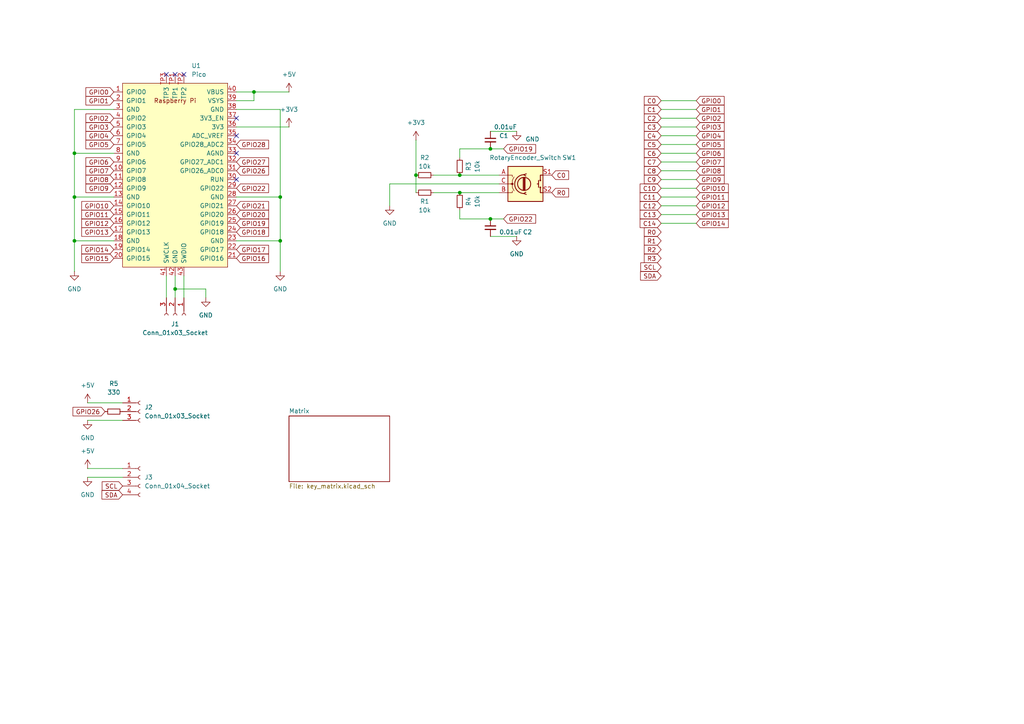
<source format=kicad_sch>
(kicad_sch (version 20231120) (generator "eeschema") (generator_version "8.0")
  (paper "A4")
  (lib_symbols
    (symbol "Connector:Conn_01x03_Socket" (pin_names (offset 1.016) hide)
      (property "Reference" "J" (at 0 5.08 0))
      (property "Value" "Conn_01x03_Socket" (at 0 -5.08 0))
      (symbol "Conn_01x03_Socket_1_1"
        (arc (start 0 -2.032) (mid -0.5058 -2.54) (end 0 -3.048) (stroke (width 0.1524)))
        (polyline (pts (xy -1.27 -2.54) (xy -0.508 -2.54)) (stroke (width 0.1524)))
        (polyline (pts (xy -1.27 0) (xy -0.508 0)) (stroke (width 0.1524)))
        (polyline (pts (xy -1.27 2.54) (xy -0.508 2.54)) (stroke (width 0.1524)))
        (arc (start 0 0.508) (mid -0.5058 0) (end 0 -0.508) (stroke (width 0.1524)))
        (arc (start 0 3.048) (mid -0.5058 2.54) (end 0 2.032) (stroke (width 0.1524)))
        (pin passive line (at -5.08 2.54 0) (length 3.81) (name "Pin_1") (number "1"))
        (pin passive line (at -5.08 0 0) (length 3.81) (name "Pin_2") (number "2"))
        (pin passive line (at -5.08 -2.54 0) (length 3.81) (name "Pin_3") (number "3"))
      )
    )
    (symbol "Connector:Conn_01x04_Socket" (pin_names (offset 1.016) hide)
      (property "Reference" "J" (at 0 5.08 0))
      (property "Value" "Conn_01x04_Socket" (at 0 -7.62 0))
      (symbol "Conn_01x04_Socket_1_1"
        (arc (start 0 -4.572) (mid -0.5058 -5.08) (end 0 -5.588) (stroke (width 0.1524)))
        (arc (start 0 -2.032) (mid -0.5058 -2.54) (end 0 -3.048) (stroke (width 0.1524)))
        (polyline (pts (xy -1.27 -5.08) (xy -0.508 -5.08)) (stroke (width 0.1524)))
        (polyline (pts (xy -1.27 -2.54) (xy -0.508 -2.54)) (stroke (width 0.1524)))
        (polyline (pts (xy -1.27 0) (xy -0.508 0)) (stroke (width 0.1524)))
        (polyline (pts (xy -1.27 2.54) (xy -0.508 2.54)) (stroke (width 0.1524)))
        (arc (start 0 0.508) (mid -0.5058 0) (end 0 -0.508) (stroke (width 0.1524)))
        (arc (start 0 3.048) (mid -0.5058 2.54) (end 0 2.032) (stroke (width 0.1524)))
        (pin passive line (at -5.08 2.54 0) (length 3.81) (name "Pin_1") (number "1"))
        (pin passive line (at -5.08 0 0) (length 3.81) (name "Pin_2") (number "2"))
        (pin passive line (at -5.08 -2.54 0) (length 3.81) (name "Pin_3") (number "3"))
        (pin passive line (at -5.08 -5.08 0) (length 3.81) (name "Pin_4") (number "4"))
      )
    )
    (symbol "Device:C_Small" (pin_numbers hide) (pin_names (offset 0.254) hide)
      (property "Reference" "C" (at 0.254 1.778 0))
      (property "Value" "C_Small" (at 0.254 -2.032 0))
      (symbol "C_Small_0_1"
        (polyline (pts (xy -1.524 -0.508) (xy 1.524 -0.508)) (stroke (width 0.3302)))
        (polyline (pts (xy -1.524 0.508) (xy 1.524 0.508)) (stroke (width 0.3048)))
      )
      (symbol "C_Small_1_1"
        (pin passive line (at 0 2.54 270) (length 2.032) (name "~") (number "1"))
        (pin passive line (at 0 -2.54 90) (length 2.032) (name "~") (number "2"))
      )
    )
    (symbol "Device:R_Small" (pin_numbers hide) (pin_names (offset 0.254) hide)
      (property "Reference" "R" (at 0.762 0.508 0))
      (property "Value" "R_Small" (at 0.762 -1.016 0))
      (symbol "R_Small_0_1"
        (rectangle (start -0.762 1.778) (end 0.762 -1.778) (stroke (width 0.2032)))
      )
      (symbol "R_Small_1_1"
        (pin passive line (at 0 2.54 270) (length 0.762) (name "~") (number "1"))
        (pin passive line (at 0 -2.54 90) (length 0.762) (name "~") (number "2"))
      )
    )
    (symbol "Device:RotaryEncoder_Switch" (pin_names (offset 0.254) hide)
      (property "Reference" "SW" (at 0 6.604 0))
      (property "Value" "RotaryEncoder_Switch" (at 0 -6.604 0))
      (symbol "RotaryEncoder_Switch_0_1"
        (rectangle (start -5.08 5.08) (end 5.08 -5.08) (stroke (width 0.254)) (fill (type background)))
        (circle (center -3.81 0) (radius 0.254) (fill (type outline)))
        (circle (center -0.381 0) (radius 1.905) (stroke (width 0.254)))
        (arc (start -0.381 2.667) (mid -3.0988 -0.0635) (end -0.381 -2.794) (stroke (width 0.254)))
        (polyline (pts (xy -0.635 -1.778) (xy -0.635 1.778)) (stroke (width 0.254)))
        (polyline (pts (xy -0.381 -1.778) (xy -0.381 1.778)) (stroke (width 0.254)))
        (polyline (pts (xy -0.127 1.778) (xy -0.127 -1.778)) (stroke (width 0.254)))
        (polyline (pts (xy 3.81 0) (xy 3.429 0)) (stroke (width 0.254)))
        (polyline (pts (xy 3.81 1.016) (xy 3.81 -1.016)) (stroke (width 0.254)))
        (polyline (pts (xy -5.08 -2.54) (xy -3.81 -2.54) (xy -3.81 -2.032)))
        (polyline (pts (xy -5.08 2.54) (xy -3.81 2.54) (xy -3.81 2.032)))
        (polyline (pts (xy 0.254 -3.048) (xy -0.508 -2.794) (xy 0.127 -2.413)) (stroke (width 0.254)))
        (polyline (pts (xy 0.254 2.921) (xy -0.508 2.667) (xy 0.127 2.286)) (stroke (width 0.254)))
        (polyline (pts (xy 5.08 -2.54) (xy 4.318 -2.54) (xy 4.318 -1.016)) (stroke (width 0.254)))
        (polyline (pts (xy 5.08 2.54) (xy 4.318 2.54) (xy 4.318 1.016)) (stroke (width 0.254)))
        (polyline (pts (xy -5.08 0) (xy -3.81 0) (xy -3.81 -1.016) (xy -3.302 -2.032)))
        (polyline (pts (xy -4.318 0) (xy -3.81 0) (xy -3.81 1.016) (xy -3.302 2.032)))
        (circle (center 4.318 -1.016) (radius 0.127) (stroke (width 0.254)))
        (circle (center 4.318 1.016) (radius 0.127) (stroke (width 0.254)))
      )
      (symbol "RotaryEncoder_Switch_1_1"
        (pin passive line (at -7.62 2.54 0) (length 2.54) (name "A") (number "A"))
        (pin passive line (at -7.62 -2.54 0) (length 2.54) (name "B") (number "B"))
        (pin passive line (at -7.62 0 0) (length 2.54) (name "C") (number "C"))
        (pin passive line (at 7.62 2.54 180) (length 2.54) (name "S1") (number "S1"))
        (pin passive line (at 7.62 -2.54 180) (length 2.54) (name "S2") (number "S2"))
      )
    )
    (symbol "MCU_RaspberryPi_and_Boards:Pico" (pin_names (offset 1.016))
      (property "Reference" "U" (at -13.97 27.94 0))
      (property "Value" "Pico" (at 0 19.05 0))
      (symbol "Pico_0_0"
        (text "Raspberry Pi" (at 0 21.59 0) (effects (font (size 1.27 1.27))))
      )
      (symbol "Pico_0_1"
        (rectangle (start -15.24 26.67) (end 15.24 -26.67) (fill (type background)))
      )
      (symbol "Pico_1_1"
        (pin bidirectional line (at -17.78 24.13 0) (length 2.54) (name "GPIO0") (number "1"))
        (pin bidirectional line (at -17.78 1.27 0) (length 2.54) (name "GPIO7") (number "10"))
        (pin bidirectional line (at -17.78 -1.27 0) (length 2.54) (name "GPIO8") (number "11"))
        (pin bidirectional line (at -17.78 -3.81 0) (length 2.54) (name "GPIO9") (number "12"))
        (pin power_in line (at -17.78 -6.35 0) (length 2.54) (name "GND") (number "13"))
        (pin bidirectional line (at -17.78 -8.89 0) (length 2.54) (name "GPIO10") (number "14"))
        (pin bidirectional line (at -17.78 -11.43 0) (length 2.54) (name "GPIO11") (number "15"))
        (pin bidirectional line (at -17.78 -13.97 0) (length 2.54) (name "GPIO12") (number "16"))
        (pin bidirectional line (at -17.78 -16.51 0) (length 2.54) (name "GPIO13") (number "17"))
        (pin power_in line (at -17.78 -19.05 0) (length 2.54) (name "GND") (number "18"))
        (pin bidirectional line (at -17.78 -21.59 0) (length 2.54) (name "GPIO14") (number "19"))
        (pin bidirectional line (at -17.78 21.59 0) (length 2.54) (name "GPIO1") (number "2"))
        (pin bidirectional line (at -17.78 -24.13 0) (length 2.54) (name "GPIO15") (number "20"))
        (pin bidirectional line (at 17.78 -24.13 180) (length 2.54) (name "GPIO16") (number "21"))
        (pin bidirectional line (at 17.78 -21.59 180) (length 2.54) (name "GPIO17") (number "22"))
        (pin power_in line (at 17.78 -19.05 180) (length 2.54) (name "GND") (number "23"))
        (pin bidirectional line (at 17.78 -16.51 180) (length 2.54) (name "GPIO18") (number "24"))
        (pin bidirectional line (at 17.78 -13.97 180) (length 2.54) (name "GPIO19") (number "25"))
        (pin bidirectional line (at 17.78 -11.43 180) (length 2.54) (name "GPIO20") (number "26"))
        (pin bidirectional line (at 17.78 -8.89 180) (length 2.54) (name "GPIO21") (number "27"))
        (pin power_in line (at 17.78 -6.35 180) (length 2.54) (name "GND") (number "28"))
        (pin bidirectional line (at 17.78 -3.81 180) (length 2.54) (name "GPIO22") (number "29"))
        (pin power_in line (at -17.78 19.05 0) (length 2.54) (name "GND") (number "3"))
        (pin input line (at 17.78 -1.27 180) (length 2.54) (name "RUN") (number "30"))
        (pin bidirectional line (at 17.78 1.27 180) (length 2.54) (name "GPIO26_ADC0") (number "31"))
        (pin bidirectional line (at 17.78 3.81 180) (length 2.54) (name "GPIO27_ADC1") (number "32"))
        (pin power_in line (at 17.78 6.35 180) (length 2.54) (name "AGND") (number "33"))
        (pin bidirectional line (at 17.78 8.89 180) (length 2.54) (name "GPIO28_ADC2") (number "34"))
        (pin unspecified line (at 17.78 11.43 180) (length 2.54) (name "ADC_VREF") (number "35"))
        (pin unspecified line (at 17.78 13.97 180) (length 2.54) (name "3V3") (number "36"))
        (pin input line (at 17.78 16.51 180) (length 2.54) (name "3V3_EN") (number "37"))
        (pin bidirectional line (at 17.78 19.05 180) (length 2.54) (name "GND") (number "38"))
        (pin unspecified line (at 17.78 21.59 180) (length 2.54) (name "VSYS") (number "39"))
        (pin bidirectional line (at -17.78 16.51 0) (length 2.54) (name "GPIO2") (number "4"))
        (pin unspecified line (at 17.78 24.13 180) (length 2.54) (name "VBUS") (number "40"))
        (pin input line (at -2.54 -29.21 90) (length 2.54) (name "SWCLK") (number "41"))
        (pin power_in line (at 0 -29.21 90) (length 2.54) (name "GND") (number "42"))
        (pin bidirectional line (at 2.54 -29.21 90) (length 2.54) (name "SWDIO") (number "43"))
        (pin bidirectional line (at -17.78 13.97 0) (length 2.54) (name "GPIO3") (number "5"))
        (pin bidirectional line (at -17.78 11.43 0) (length 2.54) (name "GPIO4") (number "6"))
        (pin bidirectional line (at -17.78 8.89 0) (length 2.54) (name "GPIO5") (number "7"))
        (pin power_in line (at -17.78 6.35 0) (length 2.54) (name "GND") (number "8"))
        (pin bidirectional line (at -17.78 3.81 0) (length 2.54) (name "GPIO6") (number "9"))
        (pin unspecified line (at 0 29.21 270) (length 2.54) (name "TP1") (number "TP1"))
        (pin bidirectional line (at 2.54 29.21 270) (length 2.54) (name "TP2") (number "TP2"))
        (pin bidirectional line (at -2.54 29.21 270) (length 2.54) (name "TP3") (number "TP3"))
      )
    )
    (symbol "power:+3V3" (power) (pin_numbers hide) (pin_names (offset 0) hide)
      (property "Value" "+3V3" (at 0 3.556 0))
      (symbol "+3V3_0_1"
        (polyline (pts (xy -0.762 1.27) (xy 0 2.54)))
        (polyline (pts (xy 0 0) (xy 0 2.54)))
        (polyline (pts (xy 0 2.54) (xy 0.762 1.27)))
      )
      (symbol "+3V3_1_1"
        (pin power_in line (at 0 0 90) (length 0) (name "~") (number "1"))
      )
    )
    (symbol "power:+5V" (power) (pin_numbers hide) (pin_names (offset 0) hide)
      (property "Value" "+5V" (at 0 3.556 0))
      (symbol "+5V_0_1"
        (polyline (pts (xy -0.762 1.27) (xy 0 2.54)))
        (polyline (pts (xy 0 0) (xy 0 2.54)))
        (polyline (pts (xy 0 2.54) (xy 0.762 1.27)))
      )
      (symbol "+5V_1_1"
        (pin power_in line (at 0 0 90) (length 0) (name "~") (number "1"))
      )
    )
    (symbol "power:GND" (power) (pin_numbers hide) (pin_names (offset 0) hide)
      (property "Value" "GND" (at 0 -3.81 0))
      (symbol "GND_0_1"
        (polyline (pts (xy 0 0) (xy 0 -1.27) (xy 1.27 -1.27) (xy 0 -2.54) (xy -1.27 -1.27) (xy 0 -1.27)))
      )
      (symbol "GND_1_1"
        (pin power_in line (at 0 0 270) (length 0) (name "~") (number "1"))
      )
    )
  )
  (junction (at 50.8 83.82))
  (junction (at 133.35 50.8))
  (junction (at 142.24 63.5))
  (junction (at 21.59 69.85))
  (junction (at 81.28 69.85))
  (junction (at 81.28 57.15))
  (junction (at 133.35 55.88))
  (junction (at 73.66 26.67))
  (junction (at 142.24 43.18))
  (junction (at 120.65 50.8))
  (junction (at 21.59 44.45))
  (junction (at 21.59 57.15))
  (no_connect (at 48.26 21.59))
  (no_connect (at 68.58 34.29))
  (no_connect (at 68.58 44.45))
  (no_connect (at 68.58 52.07))
  (no_connect (at 68.58 39.37))
  (no_connect (at 53.34 21.59))
  (no_connect (at 50.8 21.59))
  (wire (pts (xy 68.58 26.67) (xy 73.66 26.67)))
  (wire (pts (xy 191.77 54.61) (xy 201.93 54.61)))
  (wire (pts (xy 191.77 52.07) (xy 201.93 52.07)))
  (wire (pts (xy 33.02 31.75) (xy 21.59 31.75)))
  (wire (pts (xy 120.65 40.64) (xy 120.65 50.8)))
  (wire (pts (xy 191.77 46.99) (xy 201.93 46.99)))
  (wire (pts (xy 25.4 116.84) (xy 35.56 116.84)))
  (wire (pts (xy 142.24 68.58) (xy 149.86 68.58)))
  (wire (pts (xy 25.4 138.43) (xy 35.56 138.43)))
  (wire (pts (xy 142.24 43.18) (xy 146.05 43.18)))
  (wire (pts (xy 191.77 34.29) (xy 201.93 34.29)))
  (wire (pts (xy 191.77 36.83) (xy 201.93 36.83)))
  (wire (pts (xy 21.59 31.75) (xy 21.59 44.45)))
  (wire (pts (xy 21.59 69.85) (xy 21.59 78.74)))
  (wire (pts (xy 25.4 121.92) (xy 35.56 121.92)))
  (wire (pts (xy 191.77 31.75) (xy 201.93 31.75)))
  (wire (pts (xy 25.4 135.89) (xy 35.56 135.89)))
  (wire (pts (xy 142.24 63.5) (xy 146.05 63.5)))
  (wire (pts (xy 191.77 39.37) (xy 201.93 39.37)))
  (wire (pts (xy 73.66 29.21) (xy 73.66 26.67)))
  (wire (pts (xy 33.02 44.45) (xy 21.59 44.45)))
  (wire (pts (xy 191.77 41.91) (xy 201.93 41.91)))
  (wire (pts (xy 120.65 50.8) (xy 120.65 55.88)))
  (wire (pts (xy 191.77 59.69) (xy 201.93 59.69)))
  (wire (pts (xy 68.58 36.83) (xy 83.82 36.83)))
  (wire (pts (xy 191.77 62.23) (xy 201.93 62.23)))
  (wire (pts (xy 133.35 60.96) (xy 133.35 63.5)))
  (wire (pts (xy 59.69 83.82) (xy 59.69 86.36)))
  (wire (pts (xy 73.66 26.67) (xy 83.82 26.67)))
  (wire (pts (xy 48.26 80.01) (xy 48.26 86.36)))
  (wire (pts (xy 50.8 83.82) (xy 50.8 86.36)))
  (wire (pts (xy 33.02 57.15) (xy 21.59 57.15)))
  (wire (pts (xy 21.59 69.85) (xy 33.02 69.85)))
  (wire (pts (xy 142.24 38.1) (xy 149.86 38.1)))
  (wire (pts (xy 81.28 31.75) (xy 81.28 57.15)))
  (wire (pts (xy 142.24 43.18) (xy 133.35 43.18)))
  (wire (pts (xy 81.28 69.85) (xy 81.28 78.74)))
  (wire (pts (xy 21.59 57.15) (xy 21.59 69.85)))
  (wire (pts (xy 113.03 53.34) (xy 113.03 59.69)))
  (wire (pts (xy 191.77 64.77) (xy 201.93 64.77)))
  (wire (pts (xy 68.58 31.75) (xy 81.28 31.75)))
  (wire (pts (xy 68.58 69.85) (xy 81.28 69.85)))
  (wire (pts (xy 50.8 80.01) (xy 50.8 83.82)))
  (wire (pts (xy 133.35 50.8) (xy 144.78 50.8)))
  (wire (pts (xy 191.77 57.15) (xy 201.93 57.15)))
  (wire (pts (xy 81.28 57.15) (xy 81.28 69.85)))
  (wire (pts (xy 191.77 49.53) (xy 201.93 49.53)))
  (wire (pts (xy 21.59 44.45) (xy 21.59 57.15)))
  (wire (pts (xy 133.35 63.5) (xy 142.24 63.5)))
  (wire (pts (xy 133.35 43.18) (xy 133.35 45.72)))
  (wire (pts (xy 133.35 55.88) (xy 144.78 55.88)))
  (wire (pts (xy 53.34 80.01) (xy 53.34 86.36)))
  (wire (pts (xy 50.8 83.82) (xy 59.69 83.82)))
  (wire (pts (xy 191.77 44.45) (xy 201.93 44.45)))
  (wire (pts (xy 125.73 55.88) (xy 133.35 55.88)))
  (wire (pts (xy 68.58 29.21) (xy 73.66 29.21)))
  (wire (pts (xy 191.77 29.21) (xy 201.93 29.21)))
  (wire (pts (xy 68.58 57.15) (xy 81.28 57.15)))
  (wire (pts (xy 125.73 50.8) (xy 133.35 50.8)))
  (wire (pts (xy 144.78 53.34) (xy 113.03 53.34)))
  (global_label "C2" (shape input) (at 191.77 34.29 180) (property "Intersheetrefs" "${INTERSHEET_REFS}" (effects (hide yes))))
  (global_label "GPIO0" (shape input) (at 33.02 26.67 180) (property "Intersheetrefs" "${INTERSHEET_REFS}" (effects (hide yes))))
  (global_label "GPIO13" (shape input) (at 201.93 62.23 0) (property "Intersheetrefs" "${INTERSHEET_REFS}" (effects (hide yes))))
  (global_label "GPIO16" (shape input) (at 68.58 74.93 0) (property "Intersheetrefs" "${INTERSHEET_REFS}" (effects (hide yes))))
  (global_label "GPIO8" (shape input) (at 33.02 52.07 180) (property "Intersheetrefs" "${INTERSHEET_REFS}" (effects (hide yes))))
  (global_label "C3" (shape input) (at 191.77 36.83 180) (property "Intersheetrefs" "${INTERSHEET_REFS}" (effects (hide yes))))
  (global_label "C4" (shape input) (at 191.77 39.37 180) (property "Intersheetrefs" "${INTERSHEET_REFS}" (effects (hide yes))))
  (global_label "GPIO7" (shape input) (at 201.93 46.99 0) (property "Intersheetrefs" "${INTERSHEET_REFS}" (effects (hide yes))))
  (global_label "C12" (shape input) (at 191.77 59.69 180) (property "Intersheetrefs" "${INTERSHEET_REFS}" (effects (hide yes))))
  (global_label "C8" (shape input) (at 191.77 49.53 180) (property "Intersheetrefs" "${INTERSHEET_REFS}" (effects (hide yes))))
  (global_label "GPIO11" (shape input) (at 201.93 57.15 0) (property "Intersheetrefs" "${INTERSHEET_REFS}" (effects (hide yes))))
  (global_label "GPIO28" (shape input) (at 68.58 41.91 0) (property "Intersheetrefs" "${INTERSHEET_REFS}" (effects (hide yes))))
  (global_label "R0" (shape input) (at 191.77 67.31 180) (property "Intersheetrefs" "${INTERSHEET_REFS}" (effects (hide yes))))
  (global_label "GPIO3" (shape input) (at 33.02 36.83 180) (property "Intersheetrefs" "${INTERSHEET_REFS}" (effects (hide yes))))
  (global_label "GPIO12" (shape input) (at 201.93 59.69 0) (property "Intersheetrefs" "${INTERSHEET_REFS}" (effects (hide yes))))
  (global_label "GPIO6" (shape input) (at 201.93 44.45 0) (property "Intersheetrefs" "${INTERSHEET_REFS}" (effects (hide yes))))
  (global_label "GPIO4" (shape input) (at 201.93 39.37 0) (property "Intersheetrefs" "${INTERSHEET_REFS}" (effects (hide yes))))
  (global_label "GPIO3" (shape input) (at 201.93 36.83 0) (property "Intersheetrefs" "${INTERSHEET_REFS}" (effects (hide yes))))
  (global_label "GPIO9" (shape input) (at 201.93 52.07 0) (property "Intersheetrefs" "${INTERSHEET_REFS}" (effects (hide yes))))
  (global_label "R2" (shape input) (at 191.77 72.39 180) (property "Intersheetrefs" "${INTERSHEET_REFS}" (effects (hide yes))))
  (global_label "C7" (shape input) (at 191.77 46.99 180) (property "Intersheetrefs" "${INTERSHEET_REFS}" (effects (hide yes))))
  (global_label "C13" (shape input) (at 191.77 62.23 180) (property "Intersheetrefs" "${INTERSHEET_REFS}" (effects (hide yes))))
  (global_label "R1" (shape input) (at 191.77 69.85 180) (property "Intersheetrefs" "${INTERSHEET_REFS}" (effects (hide yes))))
  (global_label "GPIO9" (shape input) (at 33.02 54.61 180) (property "Intersheetrefs" "${INTERSHEET_REFS}" (effects (hide yes))))
  (global_label "GPIO12" (shape input) (at 33.02 64.77 180) (property "Intersheetrefs" "${INTERSHEET_REFS}" (effects (hide yes))))
  (global_label "C14" (shape input) (at 191.77 64.77 180) (property "Intersheetrefs" "${INTERSHEET_REFS}" (effects (hide yes))))
  (global_label "C9" (shape input) (at 191.77 52.07 180) (property "Intersheetrefs" "${INTERSHEET_REFS}" (effects (hide yes))))
  (global_label "GPIO19" (shape input) (at 68.58 64.77 0) (property "Intersheetrefs" "${INTERSHEET_REFS}" (effects (hide yes))))
  (global_label "C0" (shape input) (at 160.02 50.8 0) (property "Intersheetrefs" "${INTERSHEET_REFS}" (effects (hide yes))))
  (global_label "GPIO26" (shape input) (at 30.48 119.38 180) (property "Intersheetrefs" "${INTERSHEET_REFS}" (effects (hide yes))))
  (global_label "GPIO14" (shape input) (at 201.93 64.77 0) (property "Intersheetrefs" "${INTERSHEET_REFS}" (effects (hide yes))))
  (global_label "C1" (shape input) (at 191.77 31.75 180) (property "Intersheetrefs" "${INTERSHEET_REFS}" (effects (hide yes))))
  (global_label "GPIO14" (shape input) (at 33.02 72.39 180) (property "Intersheetrefs" "${INTERSHEET_REFS}" (effects (hide yes))))
  (global_label "C10" (shape input) (at 191.77 54.61 180) (property "Intersheetrefs" "${INTERSHEET_REFS}" (effects (hide yes))))
  (global_label "C0" (shape input) (at 191.77 29.21 180) (property "Intersheetrefs" "${INTERSHEET_REFS}" (effects (hide yes))))
  (global_label "R3" (shape input) (at 191.77 74.93 180) (property "Intersheetrefs" "${INTERSHEET_REFS}" (effects (hide yes))))
  (global_label "SDA" (shape input) (at 191.77 80.01 180) (property "Intersheetrefs" "${INTERSHEET_REFS}" (effects (hide yes))))
  (global_label "SCL" (shape input) (at 35.56 140.97 180) (property "Intersheetrefs" "${INTERSHEET_REFS}" (effects (hide yes))))
  (global_label "GPIO26" (shape input) (at 68.58 49.53 0) (property "Intersheetrefs" "${INTERSHEET_REFS}" (effects (hide yes))))
  (global_label "GPIO20" (shape input) (at 68.58 62.23 0) (property "Intersheetrefs" "${INTERSHEET_REFS}" (effects (hide yes))))
  (global_label "GPIO10" (shape input) (at 33.02 59.69 180) (property "Intersheetrefs" "${INTERSHEET_REFS}" (effects (hide yes))))
  (global_label "GPIO10" (shape input) (at 201.93 54.61 0) (property "Intersheetrefs" "${INTERSHEET_REFS}" (effects (hide yes))))
  (global_label "GPIO22" (shape input) (at 146.05 63.5 0) (property "Intersheetrefs" "${INTERSHEET_REFS}" (effects (hide yes))))
  (global_label "GPIO4" (shape input) (at 33.02 39.37 180) (property "Intersheetrefs" "${INTERSHEET_REFS}" (effects (hide yes))))
  (global_label "GPIO22" (shape input) (at 68.58 54.61 0) (property "Intersheetrefs" "${INTERSHEET_REFS}" (effects (hide yes))))
  (global_label "GPIO5" (shape input) (at 33.02 41.91 180) (property "Intersheetrefs" "${INTERSHEET_REFS}" (effects (hide yes))))
  (global_label "GPIO18" (shape input) (at 68.58 67.31 0) (property "Intersheetrefs" "${INTERSHEET_REFS}" (effects (hide yes))))
  (global_label "GPIO8" (shape input) (at 201.93 49.53 0) (property "Intersheetrefs" "${INTERSHEET_REFS}" (effects (hide yes))))
  (global_label "GPIO13" (shape input) (at 33.02 67.31 180) (property "Intersheetrefs" "${INTERSHEET_REFS}" (effects (hide yes))))
  (global_label "GPIO19" (shape input) (at 146.05 43.18 0) (property "Intersheetrefs" "${INTERSHEET_REFS}" (effects (hide yes))))
  (global_label "GPIO11" (shape input) (at 33.02 62.23 180) (property "Intersheetrefs" "${INTERSHEET_REFS}" (effects (hide yes))))
  (global_label "SDA" (shape input) (at 35.56 143.51 180) (property "Intersheetrefs" "${INTERSHEET_REFS}" (effects (hide yes))))
  (global_label "GPIO21" (shape input) (at 68.58 59.69 0) (property "Intersheetrefs" "${INTERSHEET_REFS}" (effects (hide yes))))
  (global_label "SCL" (shape input) (at 191.77 77.47 180) (property "Intersheetrefs" "${INTERSHEET_REFS}" (effects (hide yes))))
  (global_label "C5" (shape input) (at 191.77 41.91 180) (property "Intersheetrefs" "${INTERSHEET_REFS}" (effects (hide yes))))
  (global_label "GPIO2" (shape input) (at 33.02 34.29 180) (property "Intersheetrefs" "${INTERSHEET_REFS}" (effects (hide yes))))
  (global_label "C6" (shape input) (at 191.77 44.45 180) (property "Intersheetrefs" "${INTERSHEET_REFS}" (effects (hide yes))))
  (global_label "GPIO1" (shape input) (at 33.02 29.21 180) (property "Intersheetrefs" "${INTERSHEET_REFS}" (effects (hide yes))))
  (global_label "GPIO17" (shape input) (at 68.58 72.39 0) (property "Intersheetrefs" "${INTERSHEET_REFS}" (effects (hide yes))))
  (global_label "GPIO6" (shape input) (at 33.02 46.99 180) (property "Intersheetrefs" "${INTERSHEET_REFS}" (effects (hide yes))))
  (global_label "GPIO5" (shape input) (at 201.93 41.91 0) (property "Intersheetrefs" "${INTERSHEET_REFS}" (effects (hide yes))))
  (global_label "C11" (shape input) (at 191.77 57.15 180) (property "Intersheetrefs" "${INTERSHEET_REFS}" (effects (hide yes))))
  (global_label "GPIO1" (shape input) (at 201.93 31.75 0) (property "Intersheetrefs" "${INTERSHEET_REFS}" (effects (hide yes))))
  (global_label "GPIO27" (shape input) (at 68.58 46.99 0) (property "Intersheetrefs" "${INTERSHEET_REFS}" (effects (hide yes))))
  (global_label "GPIO0" (shape input) (at 201.93 29.21 0) (property "Intersheetrefs" "${INTERSHEET_REFS}" (effects (hide yes))))
  (global_label "GPIO15" (shape input) (at 33.02 74.93 180) (property "Intersheetrefs" "${INTERSHEET_REFS}" (effects (hide yes))))
  (global_label "GPIO2" (shape input) (at 201.93 34.29 0) (property "Intersheetrefs" "${INTERSHEET_REFS}" (effects (hide yes))))
  (global_label "R0" (shape input) (at 160.02 55.88 0) (property "Intersheetrefs" "${INTERSHEET_REFS}" (effects (hide yes))))
  (global_label "GPIO7" (shape input) (at 33.02 49.53 180) (property "Intersheetrefs" "${INTERSHEET_REFS}" (effects (hide yes))))
  (symbol (lib_id "power:+3V3") (at 83.82 36.83 0) (unit 1)
    (property "Reference" "#PWR05" (effects (hide yes)))
    (property "Value" "+3V3" (at 83.82 31.75 0))
    (property "Description" "Power symbol creates a global label with name \"+3V3\"" (effects (hide yes)))
  )
  (symbol (lib_id "MCU_RaspberryPi_and_Boards:Pico") (at 50.8 50.8 0) (unit 1)
    (property "Reference" "U1" (at 55.5341 19.05 0) (effects (justify left)))
    (property "Value" "Pico" (at 55.5341 21.59 0) (effects (justify left)))
    (property "Footprint" "RPi_Pico:RPi_Pico_SMD_TH" (effects (hide yes)))
  )
  (symbol (lib_id "power:GND") (at 81.28 78.74 0) (unit 1)
    (property "Reference" "#PWR02" (effects (hide yes)))
    (property "Value" "GND" (at 81.28 83.82 0))
    (property "Description" "Power symbol creates a global label with name \"GND\" , ground" (effects (hide yes)))
  )
  (symbol (lib_id "Device:RotaryEncoder_Switch") (at 152.4 53.34 0) (unit 1)
    (property "Reference" "SW1" (at 165.1 45.72 0))
    (property "Value" "RotaryEncoder_Switch" (at 152.4 45.72 0))
    (property "Description" "Rotary encoder, dual channel, incremental quadrate outputs, with switch" (effects (hide yes)))
  )
  (symbol (lib_id "power:+5V") (at 83.82 26.67 0) (unit 1)
    (property "Reference" "#PWR03" (effects (hide yes)))
    (property "Value" "+5V" (at 83.82 21.59 0))
    (property "Description" "Power symbol creates a global label with name \"+5V\"" (effects (hide yes)))
  )
  (symbol (lib_id "power:GND") (at 21.59 78.74 0) (unit 1)
    (property "Reference" "#PWR01" (effects (hide yes)))
    (property "Value" "GND" (at 21.59 83.82 0))
    (property "Description" "Power symbol creates a global label with name \"GND\" , ground" (effects (hide yes)))
  )
  (symbol (lib_id "Device:C_Small") (at 142.24 66.04 0) (unit 1)
    (property "Reference" "C2" (at 151.638 67.31 0) (effects (justify left)))
    (property "Value" "0.01uF" (at 144.78 67.3162 0) (effects (justify left)))
    (property "Description" "Unpolarized capacitor, small symbol" (effects (hide yes)))
  )
  (symbol (lib_id "power:GND") (at 113.03 59.69 0) (unit 1)
    (property "Reference" "#PWR06" (effects (hide yes)))
    (property "Value" "GND" (at 113.03 64.77 0))
    (property "Description" "Power symbol creates a global label with name \"GND\" , ground" (effects (hide yes)))
  )
  (symbol (lib_id "Connector:Conn_01x04_Socket") (at 40.64 138.43 0) (unit 1)
    (property "Reference" "J3" (at 41.91 138.4299 0) (effects (justify left)))
    (property "Value" "Conn_01x04_Socket" (at 41.91 140.9699 0) (effects (justify left)))
    (property "Description" "Generic connector, single row, 01x04, script generated" (effects (hide yes)))
  )
  (symbol (lib_id "Connector:Conn_01x03_Socket") (at 40.64 119.38 0) (unit 1)
    (property "Reference" "J2" (at 41.91 118.1099 0) (effects (justify left)))
    (property "Value" "Conn_01x03_Socket" (at 41.91 120.6499 0) (effects (justify left)))
    (property "Description" "Generic connector, single row, 01x03, script generated" (effects (hide yes)))
  )
  (symbol (lib_id "power:GND") (at 25.4 121.92 0) (unit 1)
    (property "Reference" "#PWR011" (effects (hide yes)))
    (property "Value" "GND" (at 25.4 127 0))
    (property "Description" "Power symbol creates a global label with name \"GND\" , ground" (effects (hide yes)))
  )
  (symbol (lib_id "power:+5V") (at 25.4 135.89 0) (unit 1)
    (property "Reference" "#PWR012" (effects (hide yes)))
    (property "Value" "+5V" (at 25.4 130.81 0))
    (property "Description" "Power symbol creates a global label with name \"+5V\"" (effects (hide yes)))
  )
  (symbol (lib_id "power:+3V3") (at 120.65 40.64 0) (unit 1)
    (property "Reference" "#PWR07" (effects (hide yes)))
    (property "Value" "+3V3" (at 120.65 35.56 0))
    (property "Description" "Power symbol creates a global label with name \"+3V3\"" (effects (hide yes)))
  )
  (symbol (lib_id "Device:R_Small") (at 123.19 50.8 90) (unit 1)
    (property "Reference" "R2" (at 123.19 45.72 90))
    (property "Value" "10k" (at 123.19 48.26 90))
    (property "Description" "Resistor, small symbol" (effects (hide yes)))
  )
  (symbol (lib_id "power:+5V") (at 25.4 116.84 0) (unit 1)
    (property "Reference" "#PWR010" (effects (hide yes)))
    (property "Value" "+5V" (at 25.4 111.76 0))
    (property "Description" "Power symbol creates a global label with name \"+5V\"" (effects (hide yes)))
  )
  (symbol (lib_id "power:GND") (at 149.86 38.1 0) (unit 1)
    (property "Reference" "#PWR09" (effects (hide yes)))
    (property "Value" "GND" (at 154.432 40.386 0))
    (property "Description" "Power symbol creates a global label with name \"GND\" , ground" (effects (hide yes)))
  )
  (symbol (lib_id "Device:R_Small") (at 133.35 48.26 180) (unit 1)
    (property "Reference" "R3" (at 135.89 48.26 90))
    (property "Value" "10k" (at 138.43 48.26 90))
    (property "Description" "Resistor, small symbol" (effects (hide yes)))
  )
  (symbol (lib_id "Device:C_Small") (at 142.24 40.64 0) (unit 1)
    (property "Reference" "C1" (at 144.78 39.3762 0) (effects (justify left)))
    (property "Value" "0.01uF" (at 143.256 36.83 0) (effects (justify left)))
    (property "Description" "Unpolarized capacitor, small symbol" (effects (hide yes)))
  )
  (symbol (lib_id "power:GND") (at 59.69 86.36 0) (unit 1)
    (property "Reference" "#PWR04" (effects (hide yes)))
    (property "Value" "GND" (at 59.69 91.44 0))
    (property "Description" "Power symbol creates a global label with name \"GND\" , ground" (effects (hide yes)))
  )
  (symbol (lib_id "Device:R_Small") (at 133.35 58.42 180) (unit 1)
    (property "Reference" "R4" (at 135.89 58.42 90))
    (property "Value" "10k" (at 138.43 58.42 90))
    (property "Description" "Resistor, small symbol" (effects (hide yes)))
  )
  (symbol (lib_id "power:GND") (at 25.4 138.43 0) (unit 1)
    (property "Reference" "#PWR013" (effects (hide yes)))
    (property "Value" "GND" (at 25.4 143.51 0))
    (property "Description" "Power symbol creates a global label with name \"GND\" , ground" (effects (hide yes)))
  )
  (symbol (lib_id "Connector:Conn_01x03_Socket") (at 50.8 91.44 270) (unit 1)
    (property "Reference" "J1" (at 50.8 93.98 90))
    (property "Value" "Conn_01x03_Socket" (at 50.8 96.52 90))
    (property "Description" "Generic connector, single row, 01x03, script generated" (effects (hide yes)))
  )
  (symbol (lib_id "Device:R_Small") (at 33.02 119.38 90) (unit 1)
    (property "Reference" "R5" (at 33.02 111.252 90))
    (property "Value" "330" (at 33.02 113.792 90))
    (property "Description" "Resistor, small symbol" (effects (hide yes)))
  )
  (symbol (lib_id "power:GND") (at 149.86 68.58 0) (unit 1)
    (property "Reference" "#PWR08" (effects (hide yes)))
    (property "Value" "GND" (at 149.86 73.66 0))
    (property "Description" "Power symbol creates a global label with name \"GND\" , ground" (effects (hide yes)))
  )
  (symbol (lib_id "Device:R_Small") (at 123.19 55.88 90) (unit 1)
    (property "Reference" "R1" (at 123.19 58.42 90))
    (property "Value" "10k" (at 123.19 60.96 90))
    (property "Description" "Resistor, small symbol" (effects (hide yes)))
  )
  (sheet (at 83.82 120.65) (size 29.21 19.05) (stroke (width 0.1524))
    (property "Sheetname" "Matrix" (at 83.82 119.9384 0) (effects (justify left bottom)))
    (property "Sheetfile" "key_matrix.kicad_sch" (at 83.82 140.2846 0) (effects (justify left top)))
  )
)
</source>
